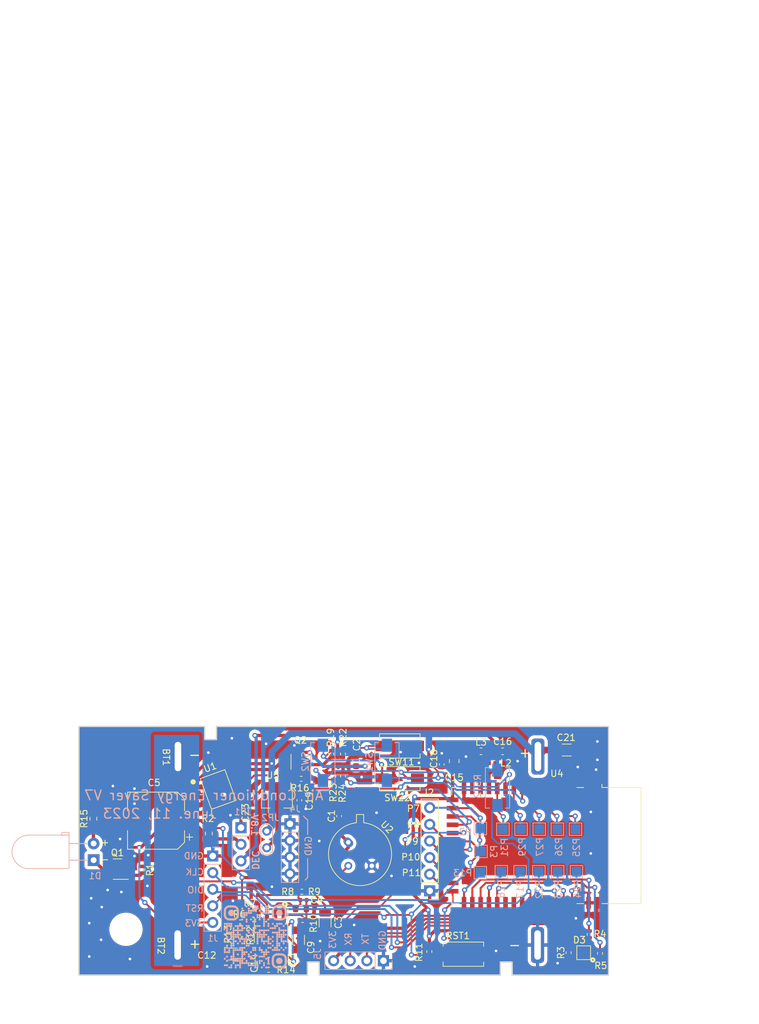
<source format=kicad_pcb>
(kicad_pcb (version 20221018) (generator pcbnew)
  (layers (0 "F.Cu" signal) (31 "B.Cu" signal) (34 "B.Paste" user) (35 "F.Paste" user) (36 "B.SilkS" user "B.Silkscreen") (37 "F.SilkS" user "F.Silkscreen") (38 "B.Mask" user) (39 "F.Mask" user) (44 "Edge.Cuts" user))
  (net 0 "")
  (net 1 "GND")
  (net 2 "Net-(D1-Pad1)")
  (net 3 "Net-(C2-Pad1)")
  (net 4 "Net-(C3-Pad1)")
  (net 5 "Net-(C4-Pad1)")
  (net 6 "Net-(C4-Pad2)")
  (net 7 "Net-(C9-Pad1)")
  (net 8 "Net-(C14-Pad1)")
  (net 9 "Net-(C12-Pad2)")
  (net 10 "/PIR")
  (net 11 "/OP_VCC")
  (net 12 "Net-(D1-Pad2)")
  (net 13 "Net-(D3-Pad1)")
  (net 14 "Net-(D3-Pad2)")
  (net 15 "Net-(D3-Pad4)")
  (net 16 "/RESET")
  (net 17 "/SWCLK")
  (net 18 "/SWDIO")
  (net 19 "Net-(L2-Pad2)")
  (net 20 "Net-(L3-Pad2)")
  (net 21 "/IR1")
  (net 22 "/LED_B")
  (net 23 "/LED_G")
  (net 24 "/LED_R")
  (net 25 "Net-(R7-Pad1)")
  (net 26 "/TX")
  (net 27 "/RX")
  (net 28 "Net-(J2-Pad2)")
  (net 29 "Net-(R19-Pad1)")
  (net 30 "Net-(R22-Pad1)")
  (net 31 "/SW2")
  (net 32 "/SW1")
  (net 33 "/IR_IN")
  (net 34 "+3V0")
  (net 35 "Net-(BT1-Pad2)")
  (net 36 "+1V8")
  (net 37 "/DEC4")
  (net 38 "Net-(JP1-Pad2)")
  (net 39 "Net-(Q1-Pad1)")
  (net 43 "Net-(C19-Pad1)")
  (net 44 "Net-(J2-Pad3)")
  (net 45 "Net-(J2-Pad4)")
  (net 46 "Net-(J2-Pad5)")
  (net 47 "Net-(J2-Pad6)")
  (net 48 "Net-(P3-Pad1)")
  (net 49 "Net-(P13-Pad1)")
  (net 50 "Net-(P16-Pad1)")
  (net 52 "Net-(P17-Pad1)")
  (net 53 "/DRV_IR")
  (net 54 "Net-(P23-Pad1)")
  (net 55 "Net-(P24-Pad1)")
  (net 56 "Net-(P25-Pad1)")
  (net 57 "Net-(P26-Pad1)")
  (net 58 "Net-(P27-Pad1)")
  (net 59 "Net-(P29-Pad1)")
  (net 60 "Net-(P31-Pad1)")
  (net 61 "Net-(P22-Pad1)")
  (net 62 "Net-(R13-Pad2)")
  (footprint "Capacitor_SMD:CP_Elec_8x10.5" (layer "F.Cu") (at 110.8 87.7 180)
    (fp_text reference "C5")
    (fp_text value "1000uF")
  )
  (footprint "Motion_sense:IRM-H638" (layer "F.Cu") (at 120.301 82.931 -70)
    (fp_text reference "U1")
    (fp_text value "IRM-H638T/TR2")
  )
  (footprint "Resistor_SMD:R_0402_1005Metric" (layer "F.Cu") (at 178.7 107.98 90)
    (fp_text reference "R5")
    (fp_text value "1K")
  )
  (footprint "Button_Switch_SMD:SW_SPST_EVQPE1" (layer "F.Cu") (at 148.082 76.28 180)
    (fp_text reference "SW11")
    (fp_text value "SW_Push")
  )
  (footprint "Resistor_SMD:R_0402_1005Metric" (layer "F.Cu") (at 123.698 103.251)
    (fp_text reference "R6")
    (fp_text value "13K")
  )
  (footprint "Package_TO_SOT_SMD:SOT-23" (layer "F.Cu") (at 133 78.2 90)
    (fp_text reference "Q2")
    (fp_text value "AO3401A")
  )
  (footprint "Capacitor_SMD:C_1206_3216Metric" (layer "F.Cu") (at 136.652 103.251 -90)
    (fp_text reference "C3")
    (fp_text value "22uF")
  )
  (footprint "Button_Switch_SMD:SW_SPST_EVQPE1" (layer "F.Cu") (at 157.8 108.1 180)
    (fp_text reference "RST1")
    (fp_text value "SW_Push")
  )
  (footprint "Capacitor_SMD:C_0603_1608Metric" (layer "F.Cu") (at 163.8 77.1)
    (fp_text reference "C16")
    (fp_text value "1uF")
  )
  (footprint "Connector_PinHeader_2.54mm:PinHeader_1x06_P2.54mm_Vertical" (layer "F.Cu") (at 152.654 98.425 180)
    (fp_text reference "J2")
    (fp_text value "Conn_01x06_Male")
  )
  (footprint "Resistor_SMD:R_0402_1005Metric" (layer "F.Cu") (at 152.6 107.7 90)
    (fp_text reference "R11")
    (fp_text value "10K")
  )
  (footprint "Resistor_SMD:R_0402_1005Metric" (layer "F.Cu") (at 133 81.3 180)
    (fp_text reference "R16")
    (fp_text value "47K")
  )
  (footprint "Resistor_SMD:R_0402_1005Metric" (layer "F.Cu") (at 108.7 95.2 -90)
    (fp_text reference "R1")
    (fp_text value "4.7K")
  )
  (footprint "RF_Module:E73-2G4M04S" (layer "F.Cu") (at 170.5 91.5 -90)
    (fp_text reference "U4")
    (fp_text value "E73-2G4M04S-52810")
  )
  (footprint "Inductor_SMD:L_0603_1608Metric" (layer "F.Cu") (at 160.5 77.1 180)
    (fp_text reference "L3")
    (fp_text value "10uH")
  )
  (footprint "Resistor_SMD:R_0402_1005Metric" (layer "F.Cu") (at 124.206 105.537 -90)
    (fp_text reference "R12")
    (fp_text value "470K")
  )
  (footprint "Resistor_SMD:R_0603_1608Metric" (layer "F.Cu") (at 118.872 89.662 -90)
    (fp_text reference "R2")
    (fp_text value "4.7K")
  )
  (footprint "Resistor_SMD:R_0603_1608Metric" (layer "F.Cu") (at 101.219 87.4 90)
    (fp_text reference "R15")
    (fp_text value "22R")
  )
  (footprint "Capacitor_SMD:C_0402_1005Metric" (layer "F.Cu") (at 154.5 79.1 90)
    (fp_text reference "C18")
    (fp_text value "100nF")
  )
  (footprint "Resistor_SMD:R_0402_1005Metric" (layer "F.Cu") (at 137.9 80.9 -90)
    (fp_text reference "R23")
    (fp_text value "10K")
  )
  (footprint "Resistor_SMD:R_0402_1005Metric" (layer "F.Cu") (at 133.096 98.552)
    (fp_text reference "R8")
    (fp_text value "10K")
  )
  (footprint "Resistor_SMD:R_0402_1005Metric" (layer "F.Cu") (at 133.223 102.87 180)
    (fp_text reference "R10")
    (fp_text value "30K")
  )
  (footprint "Resistor_SMD:R_0402_1005Metric" (layer "F.Cu") (at 137.6 77.5 -90)
    (fp_text reference "R19")
    (fp_text value "0R")
  )
  (footprint "Package_TO_SOT_SMD:SOT-89-3" (layer "F.Cu") (at 129.286 84.1125 -90)
    (fp_text reference "U5")
    (fp_text value "HT7218")
  )
  (footprint "Capacitor_SMD:C_0402_1005Metric" (layer "F.Cu") (at 132.715 84.582 90)
    (fp_text reference "C19")
    (fp_text value "100nF")
  )
  (footprint "Motion_sense:FM-B2020RGBA-HG" (layer "F.Cu") (at 176.2 107.88 180)
    (fp_text reference "D3")
    (fp_text value "LED_RGBA")
  )
  (footprint "Capacitor_SMD:C_0603_1608Metric" (layer "F.Cu") (at 141.4 78.6 90)
    (fp_text reference "C2")
    (fp_text value "4.7uF")
  )
  (footprint "Button_Switch_SMD:SW_SPST_EVQPE1" (layer "F.Cu") (at 148.082 81.28 180)
    (fp_text reference "SW22")
    (fp_text value "SW_Push")
  )
  (footprint "Resistor_SMD:R_0402_1005Metric" (layer "F.Cu") (at 125.857 99.06 180)
    (fp_text reference "R7")
    (fp_text value "47K")
  )
  (footprint "Resistor_SMD:R_0603_1608Metric" (layer "F.Cu") (at 132.969 101.219)
    (fp_text reference "R9")
    (fp_text value "2.1M")
  )
  (footprint "Capacitor_SMD:C_0402_1005Metric" (layer "F.Cu") (at 125.5 85.758 -90)
    (fp_text reference "C23")
    (fp_text value "100nF")
  )
  (footprint "Package_TO_SOT_THT:TO-39-3" (layer "F.Cu") (at 140.203949 91.003949 -45)
    (fp_text reference "U2")
    (fp_text value "PIR203A-S0")
  )
  (footprint "Package_SO:SOIC-8_3.9x4.9mm_P1.27mm" (layer "F.Cu") (at 128.397 104.394 -90)
    (fp_text reference "U3")
    (fp_text value "RS8032XK")
  )
  (footprint "Capacitor_SMD:C_0805_2012Metric" (layer "F.Cu") (at 156.4 78.6 90)
    (fp_text reference "C15")
    (fp_text value "4.7uF")
  )
  (footprint "Capacitor_SMD:C_1206_3216Metric" (layer "F.Cu") (at 132.588 105.918 -90)
    (fp_text reference "C9")
    (fp_text value "10uF")
  )
  (footprint "Motion_sense:AA Batt" (layer "F.Cu") (at 140.85 106.7 180)
    (fp_text reference "BT2")
    (fp_text value "Battery_Cell")
  )
  (footprint "Capacitor_SMD:C_0402_1005Metric" (layer "F.Cu") (at 133.35 99.822)
    (fp_text reference "C4")
    (fp_text value "10nF")
  )
  (footprint "Package_TO_SOT_SMD:SOT-23" (layer "F.Cu") (at 104.9 95.1 180)
    (fp_text reference "Q1")
    (fp_text value "BC817-40")
  )
  (footprint "Resistor_SMD:R_0402_1005Metric" (layer "F.Cu") (at 177.125 105.08 90)
    (fp_text reference "R4")
    (fp_text value "1K")
  )
  (footprint "Inductor_SMD:L_0402_1005Metric" (layer "F.Cu") (at 162.2 78.9 180)
    (fp_text reference "L2")
    (fp_text value "15nH")
  )
  (footprint "Capacitor_SMD:C_1206_3216Metric" (layer "F.Cu") (at 173.6 76.9 180)
    (fp_text reference "C21")
    (fp_text value "10uF")
  )
  (footprint "Capacitor_SMD:C_0603_1608Metric" (layer "F.Cu") (at 128.016 109.093)
    (fp_text reference "C14")
    (fp_text value "20nF")
  )
  (footprint "Capacitor_SMD:C_1206_3216Metric" (layer "F.Cu") (at 122.555 108.077)
    (fp_text reference "C12")
    (fp_text value "10uF")
  )
  (footprint "Resistor_SMD:R_0402_1005Metric" (layer "F.Cu") (at 173.9 107.88 90)
    (fp_text reference "R3")
    (fp_text value "1K")
  )
  (footprint "Capacitor_SMD:C_0402_1005Metric" (layer "F.Cu") (at 138.8 87 90)
    (fp_text reference "C1")
    (fp_text value "10nF")
  )
  (footprint "Resistor_SMD:R_0402_1005Metric" (layer "F.Cu") (at 123.063 105.537 90)
    (fp_text reference "R13")
    (fp_text value "300K")
  )
  (footprint "Resistor_SMD:R_0402_1005Metric" (layer "F.Cu") (at 139.4 77.5 -90)
    (fp_text reference "R22")
    (fp_text value "0R")
  )
  (footprint "Resistor_SMD:R_0402_1005Metric" (layer "F.Cu") (at 128.016 110.493)
    (fp_text reference "R14")
    (fp_text value "1M")
  )
  (footprint "Motion_sense:Mounting Hole 2.3mm" (layer "F.Cu") (at 106.2 104.3)
    (fp_text reference "H1")
    (fp_text value "MountingHole")
  )
  (footprint "Motion_sense:AA Batt" (layer "F.Cu") (at 142.45 77.9)
    (fp_text reference "BT1")
    (fp_text value "Battery_Cell")
  )
  (footprint "Resistor_SMD:R_0402_1005Metric" (layer "F.Cu") (at 139.4 80.9 -90)
    (fp_text reference "R24")
    (fp_text value "10K")
  )
  (footprint "TestPoint:TestPoint_Pad_1.5x1.5mm" (layer "B.Cu") (at 166.475 95.5 -90)
    (fp_text reference "P17")
    (fp_text value "TestPoint")
  )
  (footprint "Button_Switch_SMD:SW_SPST_EVQPE1" (layer "B.Cu") (at 146.113 78.867 90)
    (fp_text reference "SW1")
    (fp_text value "SW_Push")
  )
  (footprint "TestPoint:TestPoint_Pad_1.5x1.5mm" (layer "B.Cu") (at 163.85 89 -90)
    (fp_text reference "P31")
    (fp_text value "TestPoint")
  )
  (footprint "Connector_PinHeader_2.54mm:PinHeader_1x03_P2.54mm_Vertical" (layer "B.Cu") (at 123.793 88.773 180)
    (fp_text reference "JP1")
    (fp_text value "Jumper_3_Bridged12")
  )
  (footprint "TestPoint:TestPoint_Pad_1.5x1.5mm" (layer "B.Cu") (at 172.175 89 -90)
    (fp_text reference "P26")
    (fp_text value "TestPoint")
  )
  (footprint "Connector_PinHeader_2.54mm:PinHeader_1x04_P2.54mm_Vertical" (layer "B.Cu") (at 131.286 88.186 180)
    (fp_text reference "J4")
    (fp_text value "Conn_01x04_Male")
  )
  (footprint "TestPoint:TestPoint_Pad_1.5x1.5mm" (layer "B.Cu") (at 169.35 95.5 -90)
    (fp_text reference "P22")
    (fp_text value "TestPoint")
  )
  (footprint "TestPoint:TestPoint_Pad_1.5x1.5mm" (layer "B.Cu") (at 174.95 89 -90)
    (fp_text reference "P25")
    (fp_text value "TestPoint")
  )
  (footprint "Button_Switch_SMD:SW_SPST_EVQPE1" (layer "B.Cu") (at 136.313 78.867 90)
    (fp_text reference "SW2")
    (fp_text value "SW_Push")
  )
  (footprint "Connector_PinHeader_2.54mm:PinHeader_1x05_P2.54mm_Vertical" (layer "B.Cu") (at 119.475 93.096 180)
    (fp_text reference "J1")
    (fp_text value "Conn_01x05_Male")
  )
  (footprint "Connector_PinHeader_2.54mm:PinHeader_1x04_P2.54mm_Vertical" (layer "B.Cu") (at 145.58 109.1 90)
    (fp_text reference "J5")
    (fp_text value "Conn_01x04_Male")
  )
  (footprint "TestPoint:TestPoint_Pad_1.5x1.5mm" (layer "B.Cu") (at 160.5 92.4 180)
    (fp_text reference "P3")
    (fp_text value "TestPoint")
  )
  (footprint "Library_HD:QR_AC1" (layer "B.Cu") (at 125.984 105.4608 180)
    (fp_text reference "G***" hide)
    (fp_text value "LOGO" hide)
  )
  (footprint "TestPoint:TestPoint_Pad_1.5x1.5mm" (layer "B.Cu") (at 160.4 88.9 180)
    (fp_text reference "P2")
    (fp_text value "TestPoint")
  )
  (footprint "TestPoint:TestPoint_Pad_1.5x1.5mm" (layer "B.Cu") (at 163.6 95.5 -90)
    (fp_text reference "P16")
    (fp_text value "TestPoint")
  )
  (footprint "TestPoint:TestPoint_Pad_1.5x1.5mm" (layer "B.Cu") (at 166.625 89 -90)
    (fp_text reference "P29")
    (fp_text value "TestPoint")
  )
  (footprint "TestPoint:TestPoint_Pad_1.5x1.5mm" (layer "B.Cu") (at 160.4 95.65 -90)
    (fp_text reference "P13")
    (fp_text value "TestPoint")
  )
  (footprint "TestPoint:TestPoint_Pad_1.5x1.5mm" (layer "B.Cu") (at 172.225 95.5 -90)
    (fp_text reference "P23")
    (fp_text value "TestPoint")
  )
  (footprint "Button_Switch_SMD:SW_SPST_EVQPE1" (layer "B.Cu") (at 163.02 82.677 -90)
    (fp_text reference "RST2")
    (fp_text value "SW_Push")
  )
  (footprint "TestPoint:TestPoint_2Pads_Pitch2.54mm_Drill0.8mm" (layer "B.Cu") (at 127.73 89.301 -90)
    (fp_text reference "JP2")
    (fp_text value "Jumper_2_Open")
  )
  (footprint "LED_THT:LED_D5.0mm_Horizontal_O3.81mm_Z3.0mm" (layer "B.Cu") (at 101.254 93.731 90)
    (fp_text reference "D1")
    (fp_text value "IR333-A")
  )
  (footprint "TestPoint:TestPoint_Pad_1.5x1.5mm" (layer "B.Cu") (at 169.4 89 -90)
    (fp_text reference "P27")
    (fp_text value "TestPoint")
  )
  (footprint "TestPoint:TestPoint_Pad_1.5x1.5mm" (layer "B.Cu") (at 175.1 95.5 -90)
    (fp_text reference "P24")
    (fp_text value "TestPoint")
  )
  (gr_line (start 133.985 87.63) (end 133.985 89.789) (stroke (width 0.15)) (layer "B.SilkS"))
  (gr_line (start 133.985 96.393) (end 133.985 93.472) (stroke (width 0.15)) (layer "B.SilkS"))
  (gr_line (start 133.35 86.995) (end 133.985 87.63) (stroke (width 0.15)) (layer "B.SilkS"))
  (gr_line (start 133.604 96.774) (end 133.985 96.393) (stroke (width 0.15)) (layer "B.SilkS"))
  (gr_line (start 99 73.3) (end 118.25 73.3) (stroke (width 0.2)) (layer "Edge.Cuts"))
  (gr_line (start 120.05 75.3) (end 120.05 73.3) (stroke (width 0.2)) (layer "Edge.Cuts"))
  (gr_line (start 133.95 111.3) (end 133.95 109.3) (stroke (width 0.2)) (layer "Edge.Cuts"))
  (gr_line (start 163.45 109.3) (end 165.25 109.3) (stroke (width 0.2)) (layer "Edge.Cuts"))
  (gr_line (start 135.75 111.3) (end 163.45 111.3) (stroke (width 0.2)) (layer "Edge.Cuts"))
  (gr_line (start 99 111.3) (end 133.95 111.3) (stroke (width 0.2)) (layer "Edge.Cuts"))
  (gr_line (start 118.25 73.3) (end 118.25 75.3) (stroke (width 0.2)) (layer "Edge.Cuts"))
  (gr_line (start 133.95 109.3) (end 135.75 109.3) (stroke (width 0.2)) (layer "Edge.Cuts"))
  (gr_line (start 118.25 75.3) (end 120.05 75.3) (stroke (width 0.2)) (layer "Edge.Cuts"))
  (gr_line (start 120.05 73.3) (end 180 73.3) (stroke (width 0.2)) (layer "Edge.Cuts"))
  (gr_line (start 135.75 109.3) (end 135.75 111.3) (stroke (width 0.2)) (layer "Edge.Cuts"))
  (gr_line (start 180 73.3) (end 180 111.3) (stroke (width 0.2)) (layer "Edge.Cuts"))
  (gr_line (start 163.45 111.3) (end 163.45 109.3) (stroke (width 0.2)) (layer "Edge.Cuts"))
  (gr_line (start 99 111.3) (end 99 73.3) (stroke (width 0.2)) (layer "Edge.Cuts"))
  (gr_line (start 165.25 109.3) (end 165.25 111.3) (stroke (width 0.2)) (layer "Edge.Cuts"))
  (gr_line (start 165.25 111.3) (end 180 111.3) (stroke (width 0.2)) (layer "Edge.Cuts"))
  (gr_text "RX" (at 140.215 105.791 90) (layer "B.SilkS") (effects (font (size 1 1)) (justify mirror)))
  (gr_text "TX" (at 142.815 105.791 90) (layer "B.SilkS") (effects (font (size 1 1)) (justify mirror)))
  (gr_text "3V3" (at 116.586 103.378) (layer "B.SilkS") (effects (font (size 1 1)) (justify mirror)))
  (gr_text "GND" (at 116.586 93.091) (layer "B.SilkS") (effects (font (size 1 1)) (justify mirror)))
  (gr_text "CLK" (at 116.713 95.552) (layer "B.SilkS") (effects (font (size 1 1)) (justify mirror)))
  (gr_text "RST" (at 116.713 101.092) (layer "B.SilkS") (effects (font (size 1 1)) (justify mirror)))
  (gr_text "Air Conditioner Energy Saver V7" (at 118.11 83.82) (layer "B.SilkS") (effects (font (size 1.5 1.5) (thickness 0.2)) (justify mirror)))
  (gr_text "3V3" (at 137.815 105.891 90) (layer "B.SilkS") (effects (font (size 1 1)) (justify mirror)))
  (gr_text "1.8V" (at 125.857 88.392 270) (layer "B.SilkS") (effects (font (size 1 1) (thickness 0.2)) (justify mirror)))
  (gr_text "GND" (at 134.112 91.567 90) (layer "B.SilkS") (effects (font (size 1 1)) (justify mirror)))
  (gr_text "DIO" (at 116.84 98.298) (layer "B.SilkS") (effects (font (size 1 1)) (justify mirror)))
  (gr_text "June. 11, 2023" (at 111.379 86.614) (layer "B.SilkS") (effects (font (size 1.5 1.5) (thickness 0.2)) (justify mirror)))
  (gr_text "GND" (at 145.415 105.991 90) (layer "B.SilkS") (effects (font (size 1 1)) (justify mirror)))
  (gr_text "DEC" (at 125.984 93.726 270) (layer "B.SilkS") (effects (font (size 1 1) (thickness 0.2)) (justify mirror)))
  (gr_text "P9" (at 149.96 90.852) (layer "F.SilkS") (effects (font (size 1 1))))
  (gr_text "P7" (at 150.16 85.852) (layer "F.SilkS") (effects (font (size 1 1))))
  (gr_text "P8" (at 150.16 88.352) (layer "F.SilkS") (effects (font (size 1 1))))
  (gr_text "P11" (at 149.86 95.652) (layer "F.SilkS") (effects (font (size 1 1))))
  (gr_text "+" (at 103 91) (layer "F.SilkS") (effects (font (size 1 1))))
  (gr_text "-" (at 103 93.6) (layer "F.SilkS") (effects (font (size 1 1))))
  (gr_text "P10" (at 149.76 93.252) (layer "F.SilkS") (effects (font (size 1 1))))
  (segment (start 126.492 101.919) (end 126.492 100.892) (width 0.254) (layer "F.Cu") (net 1))
  (segment (start 131.286 90.726) (end 131.286 95.806) (width 0.254) (layer "F.Cu") (net 1))
  (segment (start 140.27548 78.22452) (end 140.27548 80.12452) (width 0.5) (layer "F.Cu") (net 1))
  (segment (start 124.208 103.251) (end 124.208 101.602) (width 0.254) (layer "F.Cu") (net 1))
  (segment (start 138.8 86.52) (end 144.493 86.52) (width 0.254) (layer "F.Cu") (net 1))
  (segment (start 154.5 78.62) (end 154.5 77.4) (width 0.3) (layer "F.Cu") (net 1))
  (segment (start 139.4 80.39) (end 137.9 80.39) (width 0.5) (layer "F.Cu") (net 1))
  (segment (start 126.492 100.892) (end 125.4 99.8) (width 0.254) (layer "F.Cu") (net 1))
  (segment (start 125.4 99.8) (end 125.4 99.113) (width 0.254) (layer "F.Cu") (net 1))
  (segment (start 138.8 86.52) (end 140.17 86.52) (width 0.254) (layer "F.Cu") (net 1))
  (segment (start 141.2 78.025) (end 140.475 78.025) (width 0.5) (layer "F.Cu") (net 1))
  (segment (start 140.01 80.39) (end 139.4 80.39) (width 0.5) (layer "F.Cu") (net 1))
  (segment (start 131.286 88.186) (end 131.286 90.726) (width 0.254) (layer "F.Cu") (net 1))
  (segment (start 124.208 101.602) (end 122.555 99.949) (width 0.254) (layer "F.Cu") (net 1))
  (segment (start 144.493 86.52) (end 144.526 86.487) (width 0.254) (layer "F.Cu") (net 1))
  (segment (start 125.4 99.113) (end 125.347 99.06) (width 0.254) (layer "F.Cu") (net 1))
  (segment (start 140.27548 80.12452) (end 140.01 80.39) (width 0.5) (layer "F.Cu") (net 1))
  (segment (start 140.475 78.025) (end 140.27548 78.22452) (width 0.5) (layer "F.Cu") (net 1))
  (via (at 162.8 107.6) (size 0.8) (drill 0.4) (layers "F.Cu" "B.Cu") (net 1))
  (via (at 144.526 86.487) (size 0.8) (drill 0.4) (layers "F.Cu" "B.Cu") (net 1))
  (via (at 175.3 79.5) (size 0.8) (drill 0.4) (layers "F.Cu" "B.Cu") (net 1))
  (via (at 172.212 109.474) (size 0.8) (drill 0.4) (layers "F.Cu" "B.Cu") (net 1))
  (via (at 104.2 82.4) (size 0.8) (drill 0.4) (layers "F.Cu" "B.Cu") (net 1))
  (via (at 178.3 75.6) (size 0.8) (drill 0.4) (layers "F.Cu" "B.Cu") (net 1))
  (via (at 118.8 77.3) (size 0.8) (drill 0.4) (layers "F.Cu" "B.Cu") (net 1))
  (via (at 177.292 86.36) (size 0.8) (drill 0.4) (layers "F.Cu" "B.Cu") (net 1))
  (via (at 166.1 78.6) (size 0.8) (drill 0.4) (layers "F.Cu" "B.Cu") (net 1))
  (via (at 141.097 103.632) (size 0.8) (drill 0.4) (layers "F.Cu" "B.Cu") (net 1))
  (via (at 150.368 109.982) (size 0.8) (drill 0.4) (layers "F.Cu" "B.Cu") (net 1))
  (via (at 103.4 98.3) (size 0.8) (drill 0.4) (layers "F.Cu" "B.Cu") (net 1))
  (via (at 127.635 75.946) (size 0.8) (drill 0.4) (layers "F.Cu" "B.Cu") (net 1))
  (via (at 135.763 90.805) (size 0.8) (drill 0.4) (layers "F.Cu" "B.Cu") (net 1))
  (via (at 142.24 81.026) (size 0.8) (drill 0.4) (layers "F.Cu" "B.Cu") (net 1))
  (via (at 105.5 98.6) (size 0.8) (drill 0.4) (layers "F.Cu" "B.Cu") (net 1))
  (via (at 133.7 85.9) (size 0.8) (drill 0.4) (layers "F.Cu" "B.Cu") (net 1))
  (via (at 100.584 108.458) (size 0.8) (drill 0.4) (layers "F.Cu" "B.Cu") (net 1))
  (via (at 107.5 85.1) (size 0.8) (drill 0.4) (layers "F.Cu" "B.Cu") (net 1))
  (via (at 158.2 77.9) (size 0.8) (drill 0.4) (layers "F.Cu" "B.Cu") (net 1))
  (via (at 118.618 109.982) (size 0.8) (drill 0.4) (layers "F.Cu" "B.Cu") (net 1))
  (via (at 122.555 99.949) (size 0.8) (drill 0.4) (layers "F.Cu" "B.Cu") (net 1))
  (via (at 100.584 103.358) (size 0.8) (drill 0.4) (layers "F.Cu" "B.Cu") (net 1))
  (via (at 106.807 108.839) (size 0.8) (drill 0.4) (layers "F.Cu" "B.Cu") (net 1))
  (via (at 148.209 77.216) (size 0.8) (drill 0.4) (layers "F.Cu" "B.Cu") (net 1))
  (via (at 134.62 81.788) (size 0.8) (drill 0.4) (layers "F.Cu" "B.Cu") (net 1))
  (via (at 107.5 93.1) (size 0.8) (drill 0.4) (layers "F.Cu" "B.Cu") (net 1))
  (via (at 154.5 77.4) (size 0.8) (drill 0.4) (layers "F.Cu" "B.Cu") (net 1))
  (via (at 146.812 96.139) (size 0.8) (drill 0.4) (layers "F.Cu" "B.Cu") (net 1))
  (via (at 178.3 78.4) (size 0.8) (drill 0.4) (layers "F.Cu" "B.Cu") (net 1))
  (via (at 100.884 99.558) (size 0.8) (drill 0.4) (layers "F.Cu" "B.Cu") (net 1))
  (via (at 151.003 78.867) (size 0.8) (drill 0.4) (layers "F.Cu" "B.Cu") (net 1))
  (via (at 121.285 83.693) (size 0.8) (drill 0.4) (layers "F.Cu" "B.Cu") (net 1))
  (via (at 131.953 76.2) (size 0.8) (drill 0.4) (layers "F.Cu" "B.Cu") (net 1))
  (via (at 109.474 97.663) (size 0.8) (drill 0.4) (layers "F.Cu" "B.Cu") (net 1))
  (via (at 135.9 106.1) (size 0.8) (drill 0.4) (layers "F.Cu" "B.Cu") (net 1))
  (via (at 177.292 92.71) (size 0.8) (drill 0.4) (layers "F.Cu" "B.Cu") (net 1))
  (via (at 105.3 90.5) (size 0.8) (drill 0.4) (layers "F.Cu" "B.Cu") (net 1))
  (via (at 107.5 82.8) (size 0.8) (drill 0.4) (layers "F.Cu" "B.Cu") (net 1))
  (via (at 128.524 97.79) (size 0.8) (drill 0.4) (layers "F.Cu" "B.Cu") (net 1))
  (via (at 109.601 92.964) (size 0.8) (drill 0.4) (layers "F.Cu" "B.Cu") (net 1))
  (via (at 102.5 100.9) (size 0.8) (drill 0.4) (layers "F.Cu" "B.Cu") (net 1))
  (via (at 178.1 79.9) (size 0.8) (drill 0.4) (layers "F.Cu" "B.Cu") (net 1))
  (via (at 102.4 105.9) (size 0.8) (drill 0.4) (layers "F.Cu" "B.Cu") (net 1))
  (via (at 122.4 75.1) (size 0.8) (drill 0.4) (layers "F.Cu" "B.Cu") (net 1))
  (via (at 122.174 86.868) (size 0.8) (drill 0.4) (layers "F.Cu" "B.Cu") (net 1))
  (via (at 175.006 102.616) (size 0.8) (drill 0.4) (layers "F.Cu" "B.Cu") (net 1))
  (segment (start 103.9625 95.1) (end 102.623 95.1) (width 0.5) (layer "F.Cu") (net 2))
  (segment (start 102.623 95.1) (end 101.123 93.6) (width 0.5) (layer "F.Cu") (net 2))
  (segment (start 101.123 93.6) (end 100.7 93.6) (width 0.5) (layer "F.Cu") (net 2))
  (segment (start 133 77.2625) (end 134.2625 77.2625) (width 0.5) (layer "F.Cu") (net 3))
  (segment (start 133 77.2625) (end 131.3985 77.2625) (width 0.5) (layer "F.Cu") (net 3))
  (segment (start 134.2625 77.2625) (end 134.3 77.3) (width 0.5) (layer "F.Cu") (net 3))
  (segment (start 128.778 79.883) (end 123.454475 79.883) (width 0.5) (layer "F.Cu") (net 3))
  (segment (start 142.748 79.375) (end 141.4 79.375) (width 0.5) (layer "F.Cu") (net 3))
  (segment (start 131.3985 77.2625) (end 128.778 79.883) (width 0.5) (layer "F.Cu") (net 3))
  (segment (start 123.454475 79.883) (end 122.591743 80.745732) (width 0.5) (layer "F.Cu") (net 3))
  (via (at 142.748 79.375) (size 0.8) (drill 0.4) (layers "F.Cu" "B.Cu") (net 3))
  (via (at 134.3 77.3) (size 0.8) (drill 0.4) (layers "F.Cu" "B.Cu") (net 3))
  (segment (start 142.723 79.4) (end 136.4 79.4) (width 0.5) (layer "B.Cu") (net 3))
  (segment (start 142.748 79.375) (end 142.723 79.4) (width 0.5) (layer "B.Cu") (net 3))
  (segment (start 136.4 79.4) (end 134.3 77.3) (width 0.5) (layer "B.Cu") (net 3))
  (segment (start 136.652 100.584) (end 134.62 98.552) (width 0.3) (layer "F.Cu") (net 4))
  (segment (start 136.652 101.776) (end 136.652 100.584) (width 0.3) (layer "F.Cu") (net 4))
  (segment (start 134.62 98.552) (end 133.479 98.552) (width 0.3) (layer "F.Cu") (net 4))
  (segment (start 131.255 100.33) (end 129.413 100.33) (width 0.3) (layer "F.Cu") (net 5))
  (segment (start 129.413 100.33) (end 129.032 100.711) (width 0.3) (layer "F.Cu") (net 5))
  (segment (start 132.586 98.552) (end 132.586 99.538) (width 0.3) (layer "F.Cu") (net 5))
  (segment (start 129.032 100.711) (end 129.032 101.919) (width 0.3) (layer "F.Cu") (net 5))
  (segment (start 132.586 99.538) (end 132.87 99.822) (width 0.3) (layer "F.Cu") (net 5))
  (segment (start 132.87 100.493) (end 132.144 101.219) (width 0.3) (layer "F.Cu") (net 5))
  (segment (start 132.144 101.219) (end 131.255 100.33) (width 0.3) (layer "F.Cu") (net 5))
  (segment (start 132.87 99.822) (end 132.87 100.493) (width 0.3) (layer "F.Cu") (net 5))
  (segment (start 133.794 99.858) (end 133.83 99.822) (width 0.3) (layer "F.Cu") (net 6))
  (segment (start 130.491 102.108) (end 132.971 102.108) (width 0.3) (layer "F.Cu") (net 6))
  (segment (start 132.971 102.108) (end 133.733 102.87) (width 0.3) (layer "F.Cu") (net 6))
  (segment (start 133.794 101.219) (end 133.794 102.809) (width 0.3) (layer "F.Cu") (net 6))
  (segment (start 133.794 102.809) (end 133.733 102.87) (width 0.3) (layer "F.Cu") (net 6))
  (segment (start 133.794 101.219) (end 133.794 99.858) (width 0.3) (layer "F.Cu") (net 6))
  (segment (start 130.302 101.919) (end 130.491 102.108) (width 0.3) (layer "F.Cu") (net 6))
  (segment (start 132.713 104.318) (end 132.588 104.443) (width 0.3) (layer "F.Cu") (net 7))
  (segment (start 132.713 102.87) (end 132.713 104.318) (width 0.3) (layer "F.Cu") (net 7))
  (segment (start 127.241 109.093) (end 127.241 110.228) (width 0.3) (layer "F.Cu") (net 8))
  (segment (start 130.429 104.902) (end 132.588 107.061) (width 0.3) (layer "F.Cu") (net 8))
  (segment (start 127.762 106.869) (end 127.762 105.41) (width 0.3) (layer "F.Cu") (net 8))
  (segment (start 127.762 105.41) (end 128.27 104.902) (width 0.3) (layer "F.Cu") (net 8))
  (segment (start 128.27 104.902) (end 130.429 104.902) (width 0.3) (layer "F.Cu") (net 8))
  (segment (start 127.241 110.228) (end 127.506 110.493) (width 0.3) (layer "F.Cu") (net 8))
  (segment (start 127.762 108.572) (end 127.241 109.093) (width 0.3) (layer "F.Cu") (net 8))
  (segment (start 127.762 106.869) (end 127.762 108.572) (width 0.3) (layer "F.Cu") (net 8))
  (segment (start 132.588 107.061) (end 132.588 107.393) (width 0.3) (layer "F.Cu") (net 8))
  (segment (start 124.206 106.047) (end 124.206 107.901) (width 0.3) (layer "F.Cu") (net 9))
  (segment (start 125.67 106.047) (end 126.492 106.869) (width 0.3) (layer "F.Cu") (net 9))
  (segment (start 123.063 106.047) (end 124.206 106.047) (width 0.3) (layer "F.Cu") (net 9))
  (segment (start 124.206 106.047) (end 125.67 106.047) (width 0.3) (layer "F.Cu") (net 9))
  (segment (start 124.206 107.901) (end 124.03 108.077) (width 0.3) (layer "F.Cu") (net 9))
  (segment (start 133.6675 108.585) (end 135.509 108.585) (width 0.3) (layer "F.Cu") (net 10))
  (segment (start 141.7 100.9) (end 139.2 103.4) (width 0.254) (layer "F.Cu") (net 10))
  (segment (start 156.15 89.595) (end 157.801 89.595) (width 0.3) (layer "F.Cu") (net 10))
  (segment (start 128.791 109.093) (end 128.791 110.228) (width 0.3) (layer "F.Cu") (net 10))
  (segment (start 148.9 97) (end 145 100.9) (width 0.254) (layer "F.Cu") (net 10))
  (segment (start 157.801 89.595) (end 157.861 89.535) (width 0.3) (layer "F.Cu") (net 10))
  (segment (start 135.509 108.585) (end 139.2 104.894) (width 0.3) (layer "F.Cu") (net 10))
  (segment (start 139.2 104.894) (end 139.2 103.4) (width 0.3) (layer "F.Cu") (net 10))
  (segment (start 145 100.9) (end 141.7 100.9) (width 0.254) (layer "F.Cu") (net 10))
  (segment (start 128.791 110.228) (end 128.526 110.493) (width 0.3) (layer "F.Cu") (net 10))
  (segment (start 129.032 106.869) (end 129.032 108.852) (width 0.3) (layer "F.Cu") (net 10))
  (segment (start 129.032 108.852) (end 128.791 109.093) (width 0.3) (layer "F.Cu") (net 10))
  (segment (start 148.9 90.6) (end 148.9 97) (width 0.254) (layer "F.Cu") (net 10))
  (segment (start 131.7595 110.493) (end 133.6675 108.585) (width 0.3) (layer "F.Cu") (net 10))
  (segment (start 128.526 110.493) (end 131.7595 110.493) (width 0.3) (layer "F.Cu") (net 10))
  (via (at 148.9 90.6) (size 0.8) (drill 0.4) (layers "F.Cu" "B.Cu") (net 10))
  (via (at 157.861 89.535) (size 0.8) (drill 0.4) (layers "F.Cu" "B.Cu") (net 10))
  (segment (start 149.965 89.535) (end 157.861 89.535) (width 0.254) (layer "B.Cu") (net 10))
  (segment (start 148.9 90.6) (end 149.965 89.535) (width 0.254) (layer "B.Cu") (net 10))
  (segment (start 123.952 99.695) (end 125.349 101.092) (width 0.3) (layer "F.Cu") (net 11))
  (segment (start 124.589 105.027) (end 124.206 105.027) (width 0.3) (layer "F.Cu") (net 11))
  (segment (start 114.5 87.7) (end 117.735 87.7) (width 0.5) (layer "F.Cu") (net 11))
  (segment (start 130.937 103.759) (end 125.349 103.759) (width 0.3) (layer "F.Cu") (net 11))
  (segment (start 129.032 96.393) (end 123.952 96.393) (width 0.5) (layer "F.Cu") (net 11))
  (segment (start 117.735 87.7) (end 118.872 88.837) (width 0.5) (layer "F.Cu") (net 11))
  (segment (start 123.952 96.393) (end 123.952 99.695) (width 0.3) (layer "F.Cu") (net 11))
  (segment (start 131.826 109.22) (end 130.302 107.696) (width 0.3) (layer "F.Cu") (net 11))
  (segment (start 130.048 97.409) (end 129.032 96.393) (width 0.5) (layer "F.Cu") (net 11))
  (segment (start 138.8 89.6) (end 140.203949 91.003949) (width 0.5) (layer "F.Cu") (net 11))
  (segment (start 138.8 87.48) (end 138.8 89.6) (width 0.5) (layer "F.Cu") (net 11))
  (segment (start 125.349 103.759) (end 125.349 104.267) (width 0.3) (layer "F.Cu") (net 11))
  (segment (start 125.349 101.092) (end 125.349 103.759) (width 0.3) (layer "F.Cu") (net 11))
  (segment (start 130.302 107.696) (end 130.302 106.869) (width 0.3) (layer "F.Cu") (net 11))
  (segment (start 120.968 88.837) (end 118.872 88.837) (width 0.3) (layer "F.Cu") (net 11))
  (segment (start 132.085671 97.06348) (end 131.740151 97.409) (width 0.5) (layer "F.Cu") (net 11))
  (segment (start 134.93652 97.06348) (end 132.085671 97.06348) (width 0.5) (layer "F.Cu") (net 11))
  (segment (start 140.203949 91.003949) (end 140.203949 91.796051) (width 0.5) (layer "F.Cu") (net 11))
  (segment (start 125.349 104.267) (end 124.589 105.027) (width 0.3) (layer "F.Cu") (net 11))
  (segment (start 131.572 103.124) (end 130.937 103.759) (width 0.3) (layer "F.Cu") (net 11))
  (segment (start 131.740151 97.409) (end 130.048 97.409) (width 0.5) (layer "F.Cu") (net 11))
  (segment (start 140.203949 91.796051) (end 134.93652 97.06348) (width 0.5) (layer "F.Cu") (net 11))
  (segment (start 121.031 88.9) (end 120.968 88.837) (width 0.3) (layer "F.Cu") (net 11))
  (via (at 123.952 96.393) (size 0.8) (drill 0.4) (layers "F.Cu" "B.Cu") (net 11))
  (via (at 131.826 109.22) (size 0.8) (drill 0.4) (layers "F.Cu" "B.Cu") (net 11))
  (via (at 131.572 103.124) (size 0.8) (drill 0.4) (layers "F.Cu" "B.Cu") (net 11))
  (via (at 121.031 88.9) (size 0.8) (drill 0.4) (layers "F.Cu" "B.Cu") (net 11))
  (segment (start 123.952 96.139) (end 123.952 96.393) (width 0.3) (layer "B.Cu") (net 11))
  (segment (start 131.699 109.093) (end 131.699 103.251) (width 0.3) (layer "B.Cu") (net 11))
  (segment (start 121.031 93.218) (end 123.952 96.139) (width 0.3) (layer "B.Cu") (net 11))
  (segment (start 131.699 103.251) (end 131.572 103.124) (width 0.3) (layer "B.Cu") (net 11))
  (segment (start 131.826 109.22) (end 131.699 109.093) (width 0.3) (layer "B.Cu") (net 11))
  (segment (start 121.031 88.9) (end 121.031 93.218) (width 0.3) (layer "B.Cu") (net 11))
  (segment (start 101.219 91.156) (end 101.254 91.191) (width 0.5) (layer "F.Cu") (net 12))
  (segment (start 101.219 88.225) (end 101.219 91.156) (width 0.5) (layer "F.Cu") (net 12))
  (segment (start 178.64 108.43) (end 178.7 108.49) (width 0.3) (layer "F.Cu") (net 13))
  (segment (start 177.05 108.43) (end 178.64 108.43) (width 0.3) (layer "F.Cu") (net 13))
  (segment (start 175.31 108.39) (end 175.35 108.43) (width 0.3) (layer "F.Cu") (net 14))
  (segment (start 173.9 108.39) (end 175.31 108.39) (width 0.3) (layer "F.Cu") (net 14))
  (segment (start 177.125 105.59) (end 177.125 107.255) (width 0.3) (layer "F.Cu") (net 15))
  (segment (start 177.125 107.255) (end 177.05 107.33) (width 0.3) (layer "F.Cu") (net 15))
  (segment (start 146.05 102.108) (end 145.669 102.489) (width 0.254) (layer "F.Cu") (net 16))
  (segment (start 151.263 108.21) (end 149.866 108.21) (width 0.254) (layer "F.Cu") (net 16))
  (segment (start 168.06 98.76) (end 167.8 98.5) (width 0.3) (layer "F.Cu") (net 16))
  (segment (start 155.1 108.1) (end 152.71 108.1) (width 0.5) (layer "F.Cu") (net 16))
  (segment (start 151.263 108.21) (end 152.6 108.21) (width 0.254) (layer "F.Cu") (net 16))
  (segment (start 149.866 108.21) (end 149.86 108.204) (width 0.254) (layer "F.Cu") (net 16))
  (segment (start 149.86 101.981) (end 149.733 102.108) (width 0.254) (layer "F.Cu") (net 16))
  (segment (start 152.71 108.1) (end 152.6 108.21) (width 0.5) (layer "F.Cu") (net 16))
  (segment (start 168.06 100.25) (end 168.06 98.76) (width 0.3) (layer "F.Cu") (net 16))
  (segment (start 149.733 102.108) (end 146.05 102.108) (width 0.254) (layer "F.Cu") (net 16))
  (via (at 167.8 98.5) (size 0.8) (drill 0.4) (layers "F.Cu" "B.Cu") (net 16))
  (via (at 149.86 108.204) (size 0.8) (drill 0.4) (layers "F.Cu" "B.Cu") (net 16))
  (via (at 149.86 101.981) (size 0.8) (drill 0.4) (layers "F.Cu" "B.Cu") (net 16))
  (via (at 145.669 102.489) (size 0.8) (drill 0.4) (layers "F.Cu" "B.Cu") (net 16))
  (segment (start 127.381 101.981) (end 124.495489 99.095489) (width 0.254) (layer "B.Cu") (net 16))
  (segment (start 167.767 93.599) (end 165.354 91.186) (width 0.254) (layer "B.Cu") (net 16))
  (segment (start 121.095511 99.095489) (end 119.475 100.716) (width 0.254) (layer "B.Cu") (net 16))
  (segment (start 167.8 98.5) (end 167.767 98.467) (width 0.254) (layer "B.Cu") (net 16))
  (segment (start 149.86 101.981) (end 151.54248 100.29852) (width 0.254) (layer "B.Cu") (net 16))
  (segment (start 124.495489 99.095489) (end 121.095511 99.095489) (width 0.254) (layer "B.Cu") (net 16))
  (segment (start 167.767 98.467) (end 167.767 93.599) (width 0.254) (layer "B.Cu") (net 16))
  (segment (start 166.00148 100.29852) (end 167.8 98.5) (width 0.254) (layer "B.Cu") (net 16))
  (segment (start 163.068 91.186) (end 162.179 90.297) (width 0.254) (layer "B.Cu") (net 16))
  (segment (start 162.179 90.297) (end 162.179 86.218) (width 0.254) (layer "B.Cu") (net 16))
  (segment (start 145.669 102.489) (end 145.161 101.981) (width 0.254) (layer "B.Cu") (net 16))
  (segment (start 165.354 91.186) (end 163.068 91.186) (width 0.254) (layer "B.Cu") (net 16))
  (segment (start 149.86 108.204) (end 149.86 101.981) (width 0.254) (layer "B.Cu") (net 16))
  (segment (start 151.54248 100.29852) (end 166.00148 100.29852) (width 0.254) (layer "B.Cu") (net 16))
  (segment (start 145.161 101.981) (end 127.381 101.981) (width 0.254) (layer "B.Cu") (net 16))
  (segment (start 162.179 86.218) (end 163.02 85.377) (width 0.254) (layer "B.Cu") (net 16))
  (segment (start 149.113856 106.299) (end 147.701 106.299) (width 0.3) (layer "F.Cu") (net 17))
  (segment (start 169.33 101.561) (end 169.164 101.727) (width 0.3) (layer "F.Cu") (net 17))
  (segment (start 169.164 101.727) (end 166.949428 101.727) (width 0.3) (layer "F.Cu") (net 17))
  (segment (start 169.33 100.25) (end 169.33 101.561) (width 0.3) (layer "F.Cu") (net 17))
  (segment (start 165.433909 103.242519) (end 152.170337 103.242519) (width 0.3) (layer "F.Cu") (net 17))
  (segment (start 152.170337 103.242519) (end 149.113856 106.299) (width 0.3) (layer "F.Cu") (net 17))
  (segment (start 166.949428 101.727) (end 165.433909 103.242519) (width 0.3) (layer "F.Cu") (net 17))
  (via (at 147.701 106.299) (size 0.8) (drill 0.4) (layers "F.Cu" "B.Cu") (net 17))
  (segment (start 119.475 95.636) (end 119.475 95.726) (width 0.3) (layer "B.Cu") (net 17))
  (segment (start 146.508998 100.711) (end 147.701 101.903002) (width 0.3) (layer "B.Cu") (net 17))
  (segment (start 121.666 97.917) (end 125.658572 97.917) (width 0.3) (layer "B.Cu") (net 17))
  (segment (start 125.658572 97.917) (end 128.452572 100.711) (width 0.3) (layer "B.Cu") (net 17))
  (segment (start 147.701 101.903002) (end 147.701 106.299) (width 0.3) (layer "B.Cu") (net 17))
  (segment (start 119.475 95.726) (end 121.666 97.917) (width 0.3) (layer "B.Cu") (net 17))
  (segment (start 128.452572 100.711) (end 146.508998 100.711) (width 0.3) (layer "B.Cu") (net 17))
  (segment (start 170.307 101.854) (end 169.926 102.235) (width 0.3) (layer "F.Cu") (net 18))
  (segment (start 169.926 102.235) (end 168.275 102.235) (width 0.3) (layer "F.Cu") (net 18))
  (segment (start 168.275 102.235) (end 167.147856 102.235) (width 0.3) (layer "F.Cu") (net 18))
  (segment (start 152.377246 103.742038) (end 151.681642 104.437642) (width 0.3) (layer "F.Cu") (net 18))
  (segment (start 149.058284 107.061) (end 146.812 107.061) (width 0.3) (layer "F.Cu") (net 18))
  (segment (start 166.504928 102.877928) (end 165.640818 103.742038) (width 0.3) (layer "F.Cu") (net 18))
  (segment (start 151.681642 104.437642) (end 149.058284 107.061) (width 0.3) (layer "F.Cu") (net 18))
  (segment (start 170.6 101.561) (end 170.307 101.854) (width 0.3) (layer "F.Cu") (net 18))
  (segment (start 159.004 103.742038) (end 152.377246 103.742038) (width 0.3) (layer "F.Cu") (net 18))
  (segment (start 170.6 100.25) (end 170.6 101.561) (width 0.3) (layer "F.Cu") (net 18))
  (segment (start 165.640818 103.742038) (end 159.004 103.742038) (width 0.3) (layer "F.Cu") (net 18))
  (segment (start 167.147856 102.235) (end 166.504928 102.877928) (width 0.3) (layer "F.Cu") (net 18))
  (via (at 146.812 107.061) (size 0.8) (drill 0.4) (layers "F.Cu" "B.Cu") (net 18))
  (segment (start 146.812 102.22652) (end 145.796 101.21052) (width 0.3) (layer "B.Cu") (net 18))
  (segment (start 145.796 101.21052) (end 133.61248 101.21052) (width 0.3) (layer "B.Cu") (net 18))
  (segment (start 125.288969 98.618969) (end 119.917969 98.618969) (width 0.3) (layer "B.Cu") (net 18))
  (segment (start 146.812 107.061) (end 146.812 102.22652) (width 0.3) (layer "B.Cu") (net 18))
  (segment (start 127.889 101.219) (end 125.288969 98.618969) (width 0.3) (layer "B.Cu") (net 18))
  (segment (start 133.61248 101.21052) (end 133.604 101.219) (width 0.3) (layer "B.Cu") (net 18))
  (segment (start 133.604 101.219) (end 127.889 101.219) (width 0.3) (layer "B.Cu") (net 18))
  (segment (start 119.917969 98.618969) (end 119.475 98.176) (width 0.3) (layer "B.Cu") (net 18))
  (segment (start 161.715 78.9) (end 161.715 78.415) (width 0.5) (layer "F.Cu") (net 19))
  (segment (start 161.715 78.415) (end 161.2875 77.9875) (width 0.5) (layer "F.Cu") (net 19))
  (segment (start 161.2875 77.9875) (end 161.2875 77.1) (width 0.5) (layer "F.Cu") (net 19))
  (segment (start 160.44 77.8275) (end 159.7125 77.1) (width 0.5) (layer "F.Cu") (net 20))
  (segment (start 160.44 82.75) (end 160.44 77.8275) (width 0.5) (layer "F.Cu") (net 20))
  (segment (start 122.503489 96.976489) (end 113.359489 96.976489) (width 0.3) (layer "F.Cu") (net 21))
  (segment (start 158.965 90.865) (end 157.15 90.865) (width 0.3) (layer "F.Cu") (net 21))
  (segment (start 158.9 94.1) (end 159.6 93.4) (width 0.3) (layer "F.Cu") (net 21))
  (segment (start 111.073 94.69) (end 108.7 94.69) (width 0.3) (layer "F.Cu") (net 21))
  (segment (start 159.6 91.5) (end 158.965 90.865) (width 0.3) (layer "F.Cu") (net 21))
  (segment (start 159.6 93.4) (end 159.6 91.5) (width 0.3) (layer "F.Cu") (net 21))
  (segment (start 122.682 97.155) (end 122.503489 96.976489) (width 0.3) (layer "F.Cu") (net 21))
  (segment (start 113.359489 96.976489) (end 111.073 94.69) (width 0.3) (layer "F.Cu") (net 21))
  (via (at 158.9 94.1) (size 0.8) (drill 0.4) (layers "F.Cu" "B.Cu") (net 21))
  (via (at 122.682 97.155) (size 0.8) (drill 0.4) (layers "F.Cu" "B.Cu") (net 21))
  (segment (start 158.9 94.973) (end 158.9 94.1) (width 0.3) (layer "B.Cu") (net 21))
  (segment (start 122.682 97.155) (end 125.603 97.155) (width 0.3) (layer "B.Cu") (net 21))
  (segment (start 125.603 97.155) (end 128.27 99.822) (width 0.3) (layer "B.Cu") (net 21))
  (segment (start 128.27 99.822) (end 154.051 99.822) (width 0.3) (layer "B.Cu") (net 21))
  (segment (start 154.051 99.822) (end 158.9 94.973) (width 0.3) (layer "B.Cu") (net 21))
  (segment (start 154.94 101.346) (end 156.15 100.136) (width 0.3) (layer "F.Cu") (net 22))
  (segment (start 156.15 100.136) (end 156.15 98.485) (width 0.3) (layer "F.Cu") (net 22))
  (segment (start 165.862 105.664) (end 168.021 103.505) (width 0.3) (layer "F.Cu") (net 22))
  (segment (start 168.021 103.505) (end 171.577 103.505) (width 0.3) (layer "F.Cu") (net 22))
  (segment (start 173.863 107.333) (end 173.9 107.37) (width 0.3) (layer "F.Cu") (net 22))
  (segment (start 173.863 105.791) (end 173.863 107.333) (width 0.3) (layer "F.Cu") (net 22))
  (segment (start 171.577 103.505) (end 173.863 105.791) (width 0.3) (layer "F.Cu") (net 22))
  (segment (start 154.813 105.664) (end 165.862 105.664) (width 0.3) (layer "F.Cu") (net 22))
  (via (at 154.813 105.664) (size 0.8) (drill 0.4) (layers "F.Cu" "B.Cu") (net 22))
  (via (at 154.94 101.346) (size 0.8) (drill 0.4) (layers "F.Cu" "B.Cu") (net 22))
  (segment (start 154.94 105.537) (end 154.813 105.664) (width 0.3) (layer "B.Cu") (net 22))
  (segment (start 154.94 101.346) (end 154.94 105.537) (width 0.3) (layer "B.Cu") (net 22))
  (segment (start 160.475 96.7) (end 176.9 96.7) (width 0.3) (layer "F.Cu") (net 23))
  (segment (start 159.17 98.005) (end 160.475 96.7) (width 0.3) (layer "F.Cu") (net 23))
  (segment (start 176.9 96.7) (end 177 96.8) (width 0.3) (layer "F.Cu") (net 23))
  (segment (start 177 104.445) (end 177.125 104.57) (width 0.3) (layer "F.Cu") (net 23))
  (segment (start 177 103.4) (end 177 104.445) (width 0.3) (layer "F.Cu") (net 23))
  (segment (start 159.17 100.25) (end 159.17 98.005) (width 0.3) (layer "F.Cu") (net 23))
  (via (at 177 96.8) (size 0.8) (drill 0.4) (layers "F.Cu" "B.Cu") (net 23))
  (via (at 177 103.4) (size 0.8) (drill 0.4) (layers "F.Cu" "B.Cu") (net 23))
  (segment (start 177 96.8) (end 177 103.4) (width 0.3) (layer "B.Cu") (net 23))
  (segment (start 175.99952 97.19952) (end 176.7 97.9) (width 0.3) (layer "F.Cu") (net 24))
  (segment (start 160.44 100.25) (end 160.44 98.005) (width 0.3) (layer "F.Cu") (net 24))
  (segment (start 161.24548 97.19952) (end 175.99952 97.19952) (width 0.3) (layer "F.Cu") (net 24))
  (segment (start 176.7 97.9) (end 177.9 97.9) (width 0.3) (layer "F.Cu") (net 24))
  (segment (start 178.7 106.3) (end 178.7 107.47) (width 0.3) (layer "F.Cu") (net 24))
  (segment (start 160.44 98.005) (end 161.24548 97.19952) (width 0.3) (layer "F.Cu") (net 24))
  (via (at 177.9 97.9) (size 0.8) (drill 0.4) (layers "F.Cu" "B.Cu") (net 24))
  (via (at 178.7 106.3) (size 0.8) (drill 0.4) (layers "F.Cu" "B.Cu") (net 24))
  (segment (start 177.9 97.9) (end 177.9 105.5) (width 0.3) (layer "B.Cu") (net 24))
  (segment (start 177.9 105.5) (end 178.7 106.3) (width 0.3) (layer "B.Cu") (net 24))
  (segment (start 130.937 99.06) (end 132.334 97.663) (width 0.3) (layer "F.Cu") (net 25))
  (segment (start 137.137 97.663) (end 140.203949 94.596051) (width 0.3) (layer "F.Cu") (net 25))
  (segment (start 127.762 101.919) (end 127.762 100.455) (width 0.3) (layer "F.Cu") (net 25))
  (segment (start 132.334 97.663) (end 137.137 97.663) (width 0.3) (layer "F.Cu") (net 25))
  (segment (start 127.762 100.455) (end 126.367 99.06) (width 0.3) (layer "F.Cu") (net 25))
  (segment (start 126.367 99.06) (end 130.937 99.06) (width 0.3) (layer "F.Cu") (net 25))
  (segment (start 166.79 101.18) (end 165.227 102.743) (width 0.3) (layer "F.Cu") (net 26))
  (segment (start 143.04 107.912) (end 143.04 109.1) (width 0.3) (layer "F.Cu") (net 26))
  (segment (start 151.963428 102.743) (end 149.296428 105.41) (width 0.3) (layer "F.Cu") (net 26))
  (segment (start 165.227 102.743) (end 151.963428 102.743) (width 0.3) (layer "F.Cu") (net 26))
  (segment (start 166.79 100.25) (end 166.79 101.18) (width 0.3) (layer "F.Cu") (net 26))
  (segment (start 149.296428 105.41) (end 145.542 105.41) (width 0.3) (layer "F.Cu") (net 26))
  (segment (start 145.542 105.41) (end 143.04 107.912) (width 0.3) (layer "F.Cu") (net 26))
  (segment (start 164.25 101.688) (end 163.703 102.235) (width 0.3) (layer "F.Cu") (net 27))
  (segment (start 149.098 104.902) (end 143.383 104.902) (width 0.3) (layer "F.Cu") (net 27))
  (segment (start 143.383 104.902) (end 140.5 107.785) (width 0.3) (layer "F.Cu") (net 27))
  (segment (start 164.25 100.25) (end 164.25 101.688) (width 0.3) (layer "F.Cu") (net 27))
  (segment (start 151.765 102.235) (end 149.098 104.902) (width 0.3) (layer "F.Cu") (net 27))
  (segment (start 163.703 102.235) (end 151.765 102.235) (width 0.3) (layer "F.Cu") (net 27))
  (segment (start 140.5 107.785) (end 140.5 109.1) (width 0.3) (layer "F.Cu") (net 27))
  (segment (start 156.15 97.215) (end 153.984 97.215) (width 0.3) (layer "F.Cu") (net 28))
  (segment (start 153.984 97.215) (end 152.654 95.885) (width 0.3) (layer "F.Cu") (net 28))
  (segment (start 136.398 77.851) (end 136.739 77.851) (width 0.25) (layer "F.Cu") (net 29))
  (segment (start 145.382 79.215) (end 145.382 81.28) (width 0.3) (layer "F.Cu") (net 29))
  (segment (start 136.739 77.851) (end 137.6 76.99) (width 0.25) (layer "F.Cu") (net 29))
  (segment (start 145.288 79.121) (end 145.382 79.215) (width 0.3) (layer "F.Cu") (net 29))
  (via (at 145.288 79.121) (size 0.8) (drill 0.4) (layers "F.Cu" "B.Cu") (net 29))
  (via (at 136.398 77.851) (size 0.8) (drill 0.4) (layers "F.Cu" "B.Cu") (net 29))
  (segment (start 136.451 77.851) (end 136.398 77.851) (width 0.3) (layer "B.Cu") (net 29))
  (segment (start 144.653 78.486) (end 137.086 78.486) (width 0.3) (layer "B.Cu") (net 29))
  (segment (start 137.086 78.486) (end 136.451 77.851) (width 0.3) (layer "B.Cu") (net 29))
  (segment (start 145.288 79.121) (end 144.653 78.486) (width 0.3) (layer "B.Cu") (net 29))
  (segment (start 136.398 76.252) (end 136.313 76.167) (width 0.25) (layer "B.Cu") (net 29))
  (segment (start 136.398 77.851) (end 136.398 76.252) (width 0.25) (layer "B.Cu") (net 29))
  (segment (start 143.002 76.581) (end 143.303 76.28) (width 0.25) (layer "F.Cu") (net 30))
  (segment (start 143.303 76.28) (end 145.382 76.28) (width 0.25) (layer "F.Cu") (net 30))
  (segment (start 143.002 76.581) (end 139.809 76.581) (width 0.25) (layer "F.Cu") (net 30))
  (segment (start 139.809 76.581) (end 139.4 76.99) (width 0.25) (layer "F.Cu") (net 30))
  (via (at 143.002 76.581) (size 0.8) (drill 0.4) (layers "F.Cu" "B.Cu") (net 30))
  (segment (start 143.1705 76.7495) (end 145.5305 76.7495) (width 0.25) (layer "B.Cu") (net 30))
  (segment (start 143.002 76.581) (end 143.1705 76.7495) (width 0.25) (layer "B.Cu") (net 30))
  (segment (start 145.5305 76.7495) (end 146.113 76.167) (width 0.25) (layer "B.Cu") (net 30))
  (segment (start 135.255 80.01) (end 136.655 81.41) (width 0.25) (layer "F.Cu") (net 31))
  (segment (start 136.655 81.41) (end 137.9 81.41) (width 0.25) (layer "F.Cu") (net 31))
  (segment (start 164.846 80.645) (end 164.25 81.241) (width 0.25) (layer "F.Cu") (net 31))
  (segment (start 149.28 81.28) (end 148.3 80.3) (width 0.3) (layer "F.Cu") (net 31))
  (segment (start 164.25 81.241) (end 164.25 82.75) (width 0.25) (layer "F.Cu") (net 31))
  (segment (start 150.782 81.28) (end 149.28 81.28) (width 0.3) (layer "F.Cu") (net 31))
  (via (at 148.3 80.3) (size 0.8) (drill 0.4) (layers "F.Cu" "B.Cu") (net 31))
  (via (at 135.255 80.01) (size 0.8) (drill 0.4) (layers "F.Cu" "B.Cu") (net 31))
  (via (at 164.846 80.645) (size 0.8) (drill 0.4) (layers "F.Cu" "B.Cu") (net 31))
  (segment (start 136.4025 81.6565) (end 137.959 80.1) (width 0.25) (layer "B.Cu") (net 31))
  (segment (start 154.7 80.3) (end 148.3 80.3) (width 0.25) (layer "B.Cu") (net 31))
  (segment (start 135.255 80.01) (end 136.313 81.068) (width 0.25) (layer "B.Cu") (net 31))
  (segment (start 148.1 80.1) (end 148.3 80.3) (width 0.25) (layer "B.Cu") (net 31))
  (segment (start 162.96552 82.52548) (end 156.92548 82.52548) (width 0.25) (layer "B.Cu") (net 31))
  (segment (start 136.313 81.068) (end 136.313 81.567) (width 0.25) (layer "B.Cu") (net 31))
  (segment (start 156.92548 82.52548) (end 154.7 80.3) (width 0.25) (layer "B.Cu") (net 31))
  (segment (start 164.846 80.645) (end 162.96552 82.52548) (width 0.25) (layer "B.Cu") (net 31))
  (segment (start 137.959 80.1) (end 148.1 80.1) (width 0.25) (layer "B.Cu") (net 31))
  (segment (start 136.313 81.567) (end 136.4025 81.6565) (width 0.25) (layer "B.Cu") (net 31))
  (segment (start 153.947576 80.222962) (end 150.782 77.057386) (width 0.25) (layer "F.Cu") (net 32))
  (segment (start 140.589 81.915) (end 140.084 81.41) (width 0.25) (layer "F.Cu") (net 32))
  (segment (start 166.79 84.621) (end 166.878 84.709) (width 0.3) (layer "F.Cu") (net 32))
  (segment (start 153.947576 81.1655) (end 153.947576 80.222962) (width 0.25) (layer "F.Cu") (net 32))
  (segment (start 166.79 82.75) (end 166.79 84.621) (width 0.3) (layer "F.Cu") (net 32))
  (segment (start 140.084 81.41) (end 139.4 81.41) (width 0.25) (layer "F.Cu") (net 32))
  (segment (start 150.782 77.057386) (end 150.782 76.28) (width 0.25) (layer "F.Cu") (net 32))
  (via (at 153.947576 81.1655) (size 0.8) (drill 0.4) (layers "F.Cu" "B.Cu") (net 32))
  (via (at 140.589 81.915) (size 0.8) (drill 0.4) (layers "F.Cu" "B.Cu") (net 32))
  (via (at 166.878 84.709) (size 0.8) (drill 0.4) (layers "F.Cu" "B.Cu") (net 32))
  (segment (start 159.2 83) (end 165.169 83) (width 0.3) (layer "B.Cu") (net 32))
  (segment (start 156.728927 82.999999) (end 159.2 83) (width 0.3) (layer "B.Cu") (net 32))
  (segment (start 140.589 81.915) (end 145.765 81.915) (width 0.3) (layer "B.Cu") (net 32))
  (segment (start 154.881928 81.153) (end 156.728927 82.999999) (width 0.3) (layer "B.Cu") (net 32))
  (segment (start 145.765 81.915) (end 146.527 81.153) (width 0.3) (layer "B.Cu") (net 32))
  (segment (start 146.527 81.153) (end 154.881928 81.153) (width 0.3) (layer "B.Cu") (net 32))
  (segment (start 165.169 83) (end 166.878 84.709) (width 0.3) (layer "B.Cu") (net 32))
  (segment (start 158.259 88.325) (end 157.15 88.325) (width 0.3) (layer "F.Cu") (net 33))
  (segment (start 131.826 81.661) (end 130.937 80.772) (width 0.3) (layer "F.Cu") (net 33))
  (segment (start 134.366 83.312) (end 132.842 83.312) (width 0.3) (layer "F.Cu") (net 33))
  (segment (start 130.937 80.772) (end 125.821025 80.772) (width 0.3) (layer "F.Cu") (net 33))
  (segment (start 158.7 87.884) (end 158.259 88.325) (width 0.3) (layer "F.Cu") (net 33))
  (segment (start 148.463 83.566) (end 147.828 84.201) (width 0.3) (layer "F.Cu") (net 33))
  (segment (start 131.826 82.296) (end 131.826 81.661) (width 0.3) (layer "F.Cu") (net 33))
  (segment (start 125.821025 80.772) (end 123.460474 83.132551) (width 0.3) (layer "F.Cu") (net 33))
  (segment (start 135.255 84.201) (end 134.366 83.312) (width 0.3) (layer "F.Cu") (net 33))
  (segment (start 132.842 83.312) (end 131.826 82.296) (width 0.3) (layer "F.Cu") (net 33))
  (segment (start 147.828 84.201) (end 135.255 84.201) (width 0.3) (layer "F.Cu") (net 33))
  (via (at 158.7 87.884) (size 0.8) (drill 0.4) (layers "F.Cu" "B.Cu") (net 33))
  (via (at 148.463 83.566) (size 0.8) (drill 0.4) (layers "F.Cu" "B.Cu") (net 33))
  (segment (start 149.098 82.931) (end 148.463 83.566) (width 0.3) (layer "B.Cu") (net 33))
  (segment (start 158.7 87.707) (end 153.924 82.931) (width 0.3) (layer "B.Cu") (net 33))
  (segment (start 153.924 82.931) (end 149.098 82.931) (width 0.3) (layer "B.Cu") (net 33))
  (segment (start 158.7 87.884) (end 158.7 87.707) (width 0.3) (layer "B.Cu") (net 33))
  (segment (start 128.494812 78.964812) (end 128.465624 78.994) (width 0.5) (layer "F.Cu") (net 34))
  (segment (start 112.146 103.256) (end 109.093 100.203) (width 0.3) (layer "F.Cu") (net 34))
  (segment (start 152.4 101.219) (end 150.13 98.949) (width 0.5) (layer "F.Cu") (net 34))
  (segment (start 170.2 76.9) (end 169.2 77.9) (width 1) (layer "F.Cu") (net 34))
  (segment (start 138.589 75.724) (end 138.557 75.692) (width 0.5) (layer "F.Cu") (net 34))
  (segment (start 133.95 79.1375) (end 136.3815 79.1375) (width 0.5) (layer "F.Cu") (net 34))
  (segment (start 155.963 84.328) (end 156.15 84.515) (width 0.5) (layer "F.Cu") (net 34))
  (segment (start 156.15 84.515) (end 156.15 79.8) (width 0.5) (layer "F.Cu") (net 34))
  (segment (start 150.13 88.17) (end 150.2 88.1) (width 0.5) (layer "F.Cu") (net 34))
  (segment (start 173.00548 102.90548) (end 167.77267 102.90548) (width 0.5) (layer "F.Cu") (net 34))
  (segment (start 108.479 91.8) (end 108.225 91.8) (width 0.5) (layer "F.Cu") (net 34))
  (segment (start 150.13 98.949) (end 150.13 88.17) (width 0.5) (layer "F.Cu") (net 34))
  (segment (start 154.53 79.55) (end 154.5 79.58) (width 0.5) (layer "F.Cu") (net 34))
  (segment (start 154.117108 79.58) (end 154.5 79.58) (width 0.5) (layer "F.Cu") (net 34))
  (segment (start 172.125 76.9) (end 170.2 76.9) (width 1) (layer "F.Cu") (net 34))
  (segment (start 156.15 79.8) (end 156.4 79.55) (width 0.5) (layer "F.Cu") (net 34))
  (segment (start 133.95 80.86) (end 133.51 81.3) (width 0.5) (layer "F.Cu") (net 34))
  (segment (start 152.527 77.989892) (end 154.117108 79.58) (width 0.5) (layer "F.Cu") (net 34))
  (segment (start 136.3815 79.1375) (end 137.509 78.01) (width 0.5) (layer "F.Cu") (net 34))
  (segment (start 150.622 84.328) (end 155.963 84.328) (width 0.5) (layer "F.Cu") (net 34))
  (segment (start 175.35 107.33) (end 175.35 105.25) (width 0.5) (layer "F.Cu") (net 34))
  (segment (start 150.368 84.074) (end 150.622 84.328) (width 0.5) (layer "F.Cu") (net 34))
  (segment (start 152.4 101.346) (end 152.4 101.219) (width 0.5) (layer "F.Cu") (net 34))
  (segment (start 151.80615 101.346) (end 149.01215 104.14) (width 0.5) (layer "F.Cu") (net 34))
  (segment (start 110.871 89.408) (end 108.479 91.8) (width 0.5) (layer "F.Cu") (net 34))
  (segment (start 119.475 103.256) (end 112.146 103.256) (width 0.3) (layer "F.Cu") (net 34))
  (segment (start 110.871 86.430391) (end 110.871 89.408) (width 0.5) (layer "F.Cu") (net 34))
  (segment (start 138.589 78.01) (end 138.589 75.724) (width 0.5) (layer "F.Cu") (net 34))
  (segment (start 104.6 91.8) (end 108.225 91.8) (width 0.5) (layer "F.Cu") (net 34))
  (segment (start 153.416 104.521) (end 152.6 105.337) (width 0.5) (layer "F.Cu") (net 34))
  (segment (start 138.589 78.01) (end 139.4 78.01) (width 0.5) (layer "F.Cu") (net 34))
  (segment (start 152.527 76.8) (end 152.527 77.989892) (width 0.5) (layer "F.Cu") (net 34))
  (segment (start 142.748 104.14) (end 137.96 108.928) (width 0.5) (layer "F.Cu") (net 34))
  (segment (start 101.219 86.575) (end 103.378 88.734) (width 0.5) (layer "F.Cu") (net 34))
  (segment (start 152.4 101.346) (end 151.80615 101.346) (width 0.5) (layer "F.Cu") (net 34))
  (segment (start 152.6 105.337) (end 152.6 107.19) (width 0.5) (layer "F.Cu") (net 34))
  (segment (start 149.01215 104.14) (end 142.748 104.14) (width 0.5) (layer "F.Cu") (net 34))
  (segment (start 133.95 79.1375) (end 133.95 80.86) (width 0.5) (layer "F.Cu") (net 34))
  (segment (start 137.509 78.01) (end 138.589 78.01) (width 0.5) (layer "F.Cu") (net 34))
  (segment (start 137.96 108.928) (end 137.96 109.1) (width 0.5) (layer "F.Cu") (net 34))
  (segment (start 156.4 79.55) (end 154.53 79.55) (width 0.5) (layer "F.Cu") (net 34))
  (segment (start 167.77267 102.90548) (end 166.15715 104.521) (width 0.5) (layer "F.Cu") (net 34))
  (segment (start 103.378 88.734) (end 103.378 90.578) (width 0.5) (layer "F.Cu") (net 34))
  (segment (start 175.35 105.25) (end 173.00548 102.90548) (width 0.5) (layer "F.Cu") (net 34))
  (segment (start 118.307391 78.994) (end 110.871 86.430391) (width 0.5) (layer "F.Cu") (net 34))
  (segment (start 166.15715 104.521) (end 153.416 104.521) (width 0.5) (layer "F.Cu") (net 34))
  (segment (start 103.378 90.578) (end 104.6 91.8) (width 0.5) (layer "F.Cu") (net 34))
  (segment (start 128.465624 78.994) (end 118.307391 78.994) (width 0.5) (layer "F.Cu") (net 34))
  (via (at 152.527 76.8) (size 0.8) (drill 0.4) (layers "F.Cu" "B.Cu") (net 34))
  (via (at 150.2 88.1) (size 0.8) (drill 0.4) (layers "F.Cu" "B.Cu") (net 34))
  (via (at 128.494812 78.964812) (size 0.8) (drill 0.4) (layers "F.Cu" "B.Cu") (net 34))
  (via (at 108.225 91.8) (size 0.8) (drill 0.4) (layers "F.Cu" "B.Cu") (net 34))
  (via (at 138.557 75.692) (size 0.8) (drill 0.4) (layers "F.Cu" "B.Cu") (net 34))
  (via (at 150.368 84.074) (size 0.8) (drill 0.4) (layers "F.Cu" "B.Cu") (net 34))
  (via (at 152.6 105.337) (size 0.8) (drill 0.4) (layers "F.Cu" "B.Cu") (net 34))
  (via (at 152.4 101.346) (size 0.8) (drill 0.4) (layers "F.Cu" "B.Cu") (net 34))
  (via (at 109.093 100.203) (size 0.8) (drill 0.4) (layers "F.Cu" "B.Cu") (net 34))
  (segment (start 108.249511 91.824511) (end 108.225 91.8) (width 0.3) (layer "B.Cu") (net 34))
  (segment (start 165.7 74.4) (end 152.3 74.4) (width 1) (layer "B.Cu") (net 34))
  (segment (start 128.5 88.531) (end 127.73 89.301) (width 1) (layer "B.Cu") (net 34))
  (segment (start 131.300978 74.4) (end 138.579 74.4) (width 1) (layer "B.Cu") (net 34))
  (segment (start 152.527 74.627) (end 152.527 76.8) (width 1) (layer "B.Cu") (net 34))
  (segment (start 152.3 74.4) (end 152.527 74.627) (width 1) (layer "B.Cu") (net 34))
  (segment (start 128.5 82.169) (end 128.5 88.531) (width 1) (layer "B.Cu") (net 34))
  (segment (start 109.093 100.203) (end 108.249511 99.359511) (width 0.3) (layer "B.Cu") (net 34))
  (segment (start 152.527 105.264) (end 152.6 105.337) (width 0.5) (layer "B.Cu") (net 34))
  (segment (start 108.249511 99.359511) (end 108.249511 91.824511) (width 0.3) (layer "B.Cu") (net 34))
  (segment (start 128.5 82.169) (end 128.5 77.200978) (width 1) (layer "B.Cu") (net 34))
  (segment (start 150.368 84.074) (end 150.2 84.242) (width 0.5) (layer "B.Cu") (net 34))
  (segment (start 128.5 77.200978) (end 131.300978 74.4) (width 1) (layer "B.Cu") (net 34))
  (segment (start 138.579 74.4) (end 152.3 74.4) (width 1) (layer "B.Cu") (net 34))
  (segment (start 169.2 77.9) (end 165.7 74.4) (width 1) (layer "B.Cu") (net 34))
  (segment (start 152.527 101.473) (end 152.527 105.264) (width 0.5) (layer "B.Cu") (net 34))
  (segment (start 150.2 84.242) (end 150.2 88.1) (width 0.5) (layer "B.Cu") (net 34))
  (segment (start 152.4 101.346) (end 152.527 101.473) (width 0.5) (layer "B.Cu") (net 34))
  (segment (start 138.557 74.422) (end 138.579 74.4) (width 0.5) (layer "B.Cu") (net 34))
  (segment (start 138.557 75.692) (end 138.557 74.422) (width 0.5) (layer "B.Cu") (net 34))
  (segment (start 127.4685 82.4625) (end 125.5 84.431) (width 0.5) (layer "F.Cu") (net 36))
  (segment (start 125.5 84.431) (end 125.5 85.278) (width 0.5) (layer "F.Cu") (net 36))
  (segment (start 125.53 85.308) (end 125.5 85.278) (width 0.5) (layer "F.Cu") (net 36))
  (segment (start 124.653 85.278) (end 123.793 86.138) (width 0.5) (layer "F.Cu") (net 36))
  (segment (start 125.5 85.278) (end 124.653 85.278) (width 0.5) (layer "F.Cu") (net 36))
  (segment (start 127.786 82.4625) (end 127.4685 82.4625) (width 0.5) (layer "F.Cu") (net 36))
  (segment (start 123.793 86.138) (end 123.793 88.773) (width 0.5) (layer "F.Cu") (net 36))
  (segment (start 162.685 79.631) (end 161.71 80.606) (width 0.5) (layer "F.Cu") (net 37))
  (segment (start 161.576 74.676) (end 163.025 76.125) (width 0.5) (layer "F.Cu") (net 37))
  (segment (start 163.025 76.125) (end 163.025 77.1) (width 0.5) (layer "F.Cu") (net 37))
  (segment (start 162.685 78.9) (end 162.685 79.631) (width 0.5) (layer "F.Cu") (net 37))
  (segment (start 163.025 78.56) (end 162.685 78.9) (width 0.5) (layer "F.Cu") (net 37))
  (segment (start 125.924 74.676) (end 161.576 74.676) (width 0.5) (layer "F.Cu") (net 37))
  (segment (start 163.025 77.1) (end 163.025 78.56) (width 0.5) (layer "F.Cu") (net 37))
  (segment (start 161.71 80.606) (end 161.71 82.75) (width 0.5) (layer "F.Cu") (net 37))
  (via (at 125.924 74.676) (size 0.8) (drill 0.4) (layers "F.Cu" "B.Cu") (net 37))
  (segment (start 126.111 74.863) (end 125.924 74.676) (width 0.5) (layer "B.Cu") (net 37))
  (segment (start 123.793 93.853) (end 126.111 91.535) (width 0.5) (layer "B.Cu") (net 37))
  (segment (start 126.111 91.535) (end 126.111 74.863) (width 0.5) (layer "B.Cu") (net 37))
  (segment (start 118.872 90.487) (end 122.967 90.487) (width 0.5) (layer "F.Cu") (net 38))
  (segment (start 122.967 90.487) (end 123.793 91.313) (width 0.5) (layer "F.Cu") (net 38))
  (segment (start 108.36 96.05) (end 108.7 95.71) (width 0.5) (layer "F.Cu") (net 39))
  (segment (start 105.8375 96.05) (end 108.36 96.05) (width 0.5) (layer "F.Cu") (net 39))
  (segment (start 129.286 82.55) (end 129.286 84.582) (width 0.5) (layer "F.Cu") (net 43))
  (segment (start 129.286 82.55) (end 129.286 90.285) (width 0.5) (layer "F.Cu") (net 43))
  (segment (start 129.766 85.062) (end 132.715 85.062) (width 0.5) (layer "F.Cu") (net 43))
  (segment (start 129.286 84.582) (end 129.766 85.062) (width 0.5) (layer "F.Cu") (net 43))
  (segment (start 129.286 90.285) (end 127.73 91.841) (width 0.5) (layer "F.Cu") (net 43))
  (segment (start 156.15 95.945) (end 155.254 95.945) (width 0.3) (layer "F.Cu") (net 44))
  (segment (start 155.254 95.945) (end 152.654 93.345) (width 0.3) (layer "F.Cu") (net 44))
  (segment (start 155 94.675) (end 154.051 93.726) (width 0.3) (layer "F.Cu") (net 45))
  (segment (start 154.051 92.202) (end 152.654 90.805) (width 0.3) (layer "F.Cu") (net 45))
  (segment (start 156.15 94.675) (end 155 94.675) (width 0.3) (layer "F.Cu") (net 45))
  (segment (start 154.051 93.726) (end 154.051 92.202) (width 0.3) (layer "F.Cu") (net 45))
  (segment (start 155.127 93.405) (end 154.559 92.837) (width 0.3) (layer "F.Cu") (net 46))
  (segment (start 156.15 93.405) (end 155.127 93.405) (width 0.3) (layer "F.Cu") (net 46))
  (segment (start 154.559 90.17) (end 152.654 88.265) (width 0.3) (layer "F.Cu") (net 46))
  (segment (start 154.559 92.837) (end 154.559 90.17) (width 0.3) (layer "F.Cu") (net 46))
  (segment (start 157.15 92.135) (end 158.765 92.135) (width 0.3) (layer "F.Cu") (net 47))
  (segment (start 158.765 92.135) (end 158.8 92.1) (width 0.3) (layer "F.Cu") (net 47))
  (via (at 158.8 92.1) (size 0.8) (drill 0.4) (layers "F.Cu" "B.Cu") (net 47))
  (segment (start 155.448 85.725) (end 158.8 89.077) (width 0.3) (layer "B.Cu") (net 47))
  (segment (start 152.654 85.725) (end 155.448 85.725) (width 0.3) (layer "B.Cu") (net 47))
  (segment (start 158.8 89.077) (end 158.8 92.1) (width 0.3) (layer "B.Cu") (net 47))
  (segment (start 157.15 87.055) (end 158.955 87.055) (width 0.3) (layer "F.Cu") (net 48))
  (segment (start 160.3 88.4) (end 160.3 90.7) (width 0.3) (layer "F.Cu") (net 48))
  (segment (start 158.955 87.055) (end 159.6 87.7) (width 0.3) (layer "F.Cu") (net 48))
  (segment (start 159.6 87.7) (end 160.3 88.4) (width 0.3) (layer "F.Cu") (net 48))
  (via (at 160.3 90.7) (size 0.8) (drill 0.4) (layers "F.Cu" "B.Cu") (net 48))
  (segment (start 160.3 90.7) (end 160.3 92.2) (width 0.3) (layer "B.Cu") (net 48))
  (segment (start 160.3 92.2) (end 160.4 92.3) (width 0.3) (layer "B.Cu") (net 48))
  (segment (start 157.9 100.25) (end 157.9 98.386) (width 0.3) (layer "F.Cu") (net 49))
  (segment (start 157.9 98.386) (end 157.988 98.298) (width 0.3) (layer "F.Cu") (net 49))
  (via (at 157.988 98.298) (size 0.8) (drill 0.4) (layers "F.Cu" "B.Cu") (net 49))
  (segment (start 157.988 98.298) (end 160.4 95.886) (width 0.3) (layer "B.Cu") (net 49))
  (segment (start 160.4 95.886) (end 160.4 95.65) (width 0.3) (layer "B.Cu") (net 49))
  (segment (start 161.71 100.25) (end 161.71 98.03702) (width 0.3) (layer "F.Cu") (net 50))
  (segment (start 161.71 98.03702) (end 161.798 97.94902) (width 0.3) (layer "F.Cu") (net 50))
  (via (at 161.798 97.94902) (size 0.8) (drill 0.4) (layers "F.Cu" "B.Cu") (net 50))
  (segment (start 163.6 96.14702) (end 163.6 95.5) (width 0.3) (layer "B.Cu") (net 50))
  (segment (start 161.798 97.94902) (end 163.6 96.14702) (width 0.3) (layer "B.Cu") (net 50))
  (segment (start 162.98 98.259) (end 163.195 98.044) (width 0.3) (layer "F.Cu") (net 52))
  (segment (start 162.98 100.25) (end 162.98 98.259) (width 0.3) (layer "F.Cu") (net 52))
  (via (at 163.195 98.044) (size 0.8) (drill 0.4) (layers "F.Cu" "B.Cu") (net 52))
  (segment (start 163.195 98.044) (end 164.356 98.044) (width 0.3) (layer "B.Cu") (net 52))
  (segment (start 166.475 95.925) (end 166.475 95.5) (width 0.3) (layer "B.Cu") (net 52))
  (segment (start 164.356 98.044) (end 166.475 95.925) (width 0.3) (layer "B.Cu") (net 52))
  (segment (start 132.05 80.35) (end 132.49 80.79) (width 0.5) (layer "F.Cu") (net 53))
  (segment (start 160.4 87.3) (end 160.4 87.248) (width 0.3) (layer "F.Cu") (net 53))
  (segment (start 132.05 79.1375) (end 132.05 80.35) (width 0.5) (layer "F.Cu") (net 53))
  (segment (start 147.959 82.8) (end 133.3 82.8) (width 0.3) (layer "F.Cu") (net 53))
  (segment (start 132.49 81.99) (end 132.49 81.3) (width 0.3) (layer "F.Cu") (net 53))
  (segment (start 132.49 80.79) (end 132.49 81.3) (width 0.5) (layer "F.Cu") (net 53))
  (segment (start 133.3 82.8) (end 132.49 81.99) (width 0.3) (layer "F.Cu") (net 53))
  (segment (start 160.4 87.248) (end 158.937 85.785) (width 0.3) (layer "F.Cu") (net 53))
  (segment (start 158.937 85.785) (end 157.15 85.785) (width 0.3) (layer "F.Cu") (net 53))
  (segment (start 148.209 82.55) (end 147.959 82.8) (width 0.3) (layer "F.Cu") (net 53))
  (via (at 160.4 87.3) (size 0.8) (drill 0.4) (layers "F.Cu" "B.Cu") (net 53))
  (via (at 148.209 82.55) (size 0.8) (drill 0.4) (layers "F.Cu" "B.Cu") (net 53))
  (segment (start 154.9375 81.915) (end 160.3225 87.3) (width 0.3) (layer "B.Cu") (net 53))
  (segment (start 160.3225 87.3) (end 160.4 87.3) (width 0.3) (layer "B.Cu") (net 53))
  (segment (start 148.844 81.915) (end 154.9375 81.915) (width 0.3) (layer "B.Cu") (net 53))
  (segment (start 148.209 82.55) (end 148.844 81.915) (width 0.3) (layer "B.Cu") (net 53))
  (segment (start 160.4 87.3) (end 160.4 88.95) (width 0.3) (layer "B.Cu") (net 53))
  (segment (start 173.14 98.439) (end 173.101 98.4) (width 0.3) (layer "F.Cu") (net 54))
  (segment (start 173.14 100.25) (end 173.14 98.439) (width 0.3) (layer "F.Cu") (net 54))
  (via (at 173.101 98.4) (size 0.8) (drill 0.4) (layers "F.Cu" "B.Cu") (net 54))
  (segment (start 173.101 98.4) (end 172.225 97.524) (width 0.3) (layer "B.Cu") (net 54))
  (segment (start 172.225 97.524) (end 172.225 95.5) (width 0.3) (layer "B.Cu") (net 54))
  (segment (start 174.41 98.464) (end 174.371 98.425) (width 0.3) (layer "F.Cu") (net 55))
  (segment (start 174.41 100.25) (end 174.41 98.464) (width 0.3) (layer "F.Cu") (net 55))
  (via (at 174.371 98.425) (size 0.8) (drill 0.4) (layers "F.Cu" "B.Cu") (net 55))
  (segment (start 175.1 97.696) (end 175.1 95.5) (width 0.3) (layer "B.Cu") (net 55))
  (segment (start 174.371 98.425) (end 175.1 97.696) (width 0.3) (layer "B.Cu") (net 55))
  (segment (start 170.6 83.8) (end 170.6 82.75) (width 0.3) (layer "F.Cu") (net 56))
  (segment (start 173.8 87) (end 170.6 83.8) (width 0.3) (layer "F.Cu") (net 56))
  (segment (start 174.9 87) (end 173.8 87) (width 0.3) (layer "F.Cu") (net 56))
  (via (at 174.9 87) (size 0.8) (drill 0.4) (layers "F.Cu" "B.Cu") (net 56))
  (segment (start 174.9 87) (end 174.9 88.95) (width 0.3) (layer "B.Cu") (net 56))
  (segment (start 174.9 88.95) (end 174.95 89) (width 0.3) (layer "B.Cu") (net 56))
  (segment (start 171.9 87) (end 169.33 84.43) (width 0.3) (layer "F.Cu") (net 57))
  (segment (start 172.1 87) (end 171.9 87) (width 0.3) (layer "F.Cu") (net 57))
  (segment (start 169.33 84.43) (end 169.33 82.75) (width 0.3) (layer "F.Cu") (net 57))
  (via (at 172.1 87) (size 0.8) (drill 0.4) (layers "F.Cu" "B.Cu") (net 57))
  (segment (start 172.1 87) (end 172.1 88.925) (width 0.3) (layer "B.Cu") (net 57))
  (segment (start 172.1 88.925) (end 172.175 89) (width 0.3) (layer "B.Cu") (net 57))
  (segment (start 168.06 85.56) (end 168.06 82.75) (width 0.3) (layer "F.Cu") (net 58))
  (segment (start 169.4 86.9) (end 168.06 85.56) (width 0.3) (layer "F.Cu") (net 58))
  (via (at 169.4 86.9) (size 0.8) (drill 0.4) (layers "F.Cu" "B.Cu") (net 58))
  (segment (start 169.4 86.9) (end 169.4 89) (width 0.3) (layer "B.Cu") (net 58))
  (segment (start 165.52 85.92) (end 166.5 86.9) (width 0.25) (layer "F.Cu") (net 59))
  (segment (start 165.52 82.75) (end 165.52 85.92) (width 0.25) (layer "F.Cu") (net 59))
  (via (at 166.5 86.9) (size 0.8) (drill 0.4) (layers "F.Cu" "B.Cu") (net 59))
  (segment (start 166.5 88.875) (end 166.625 89) (width 0.3) (layer "B.Cu") (net 59))
  (segment (start 166.5 86.9) (end 166.5 88.875) (width 0.3) (layer "B.Cu") (net 59))
  (segment (start 162.98 82.75) (end 162.98 86.18) (width 0.25) (layer "F.Cu") (net 60))
  (segment (start 162.98 86.18) (end 163.9 87.1) (width 0.25) (layer "F.Cu") (net 60))
  (via (at 163.9 87.1) (size 0.8) (drill 0.4) (layers "F.Cu" "B.Cu") (net 60))
  (segment (start 163.9 88.95) (end 163.85 89) (width 0.3) (layer "B.Cu") (net 60))
  (segment (start 163.9 87.1) (end 163.9 88.95) (width 0.3) (layer "B.Cu") (net 60))
  (segment (start 171.87 98.591) (end 171.704 98.425) (width 0.3) (layer "F.Cu") (net 61))
  (segment (start 171.87 100.25) (end 171.87 98.591) (width 0.3) (layer "F.Cu") (net 61))
  (via (at 171.704 98.425) (size 0.8) (drill 0.4) (layers "F.Cu" "B.Cu") (net 61))
  (segment (start 169.35 97.65) (end 169.35 95.5) (width 0.3) (layer "B.Cu") (net 61))
  (segment (start 170.125 98.425) (end 169.35 97.65) (width 0.3) (layer "B.Cu") (net 61))
  (segment (start 171.704 98.425) (end 170.125 98.425) (width 0.3) (layer "B.Cu") (net 61))
  (segment (start 123.188 103.251) (end 123.188 104.902) (width 0.3) (layer "F.Cu") (net 62))
  (segment (start 123.188 104.902) (end 123.063 105.027) (width 0.3) (layer "F.Cu") (net 62))
  (zone (net 1) (net_name "GND") (layers "F&B.Cu") (connect_pads (clearance 0.508)) (min_thickness 0.254) (fill yes (thermal_gap 0.508) (thermal_bridge_width 0.508))
    (polygon (pts (xy 186.309866 71.338596) (xy 186.209866 114.638596) (xy 93.426546 115.01554) (xy 93.526546 71.11554)))
  )
  (zone (net 35) (net_name "Net-(BT1-Pad2)") (layer "B.Cu") (priority 1) (connect_pads yes (clearance 0.508)) (min_thickness 0.254) (fill yes (thermal_gap 0.508) (thermal_bridge_width 0.508))
    (polygon (pts (xy 117.4 109.9) (xy 110.5 109.9) (xy 110.5 74.6) (xy 117.4 74.6)))
  )
)
</source>
